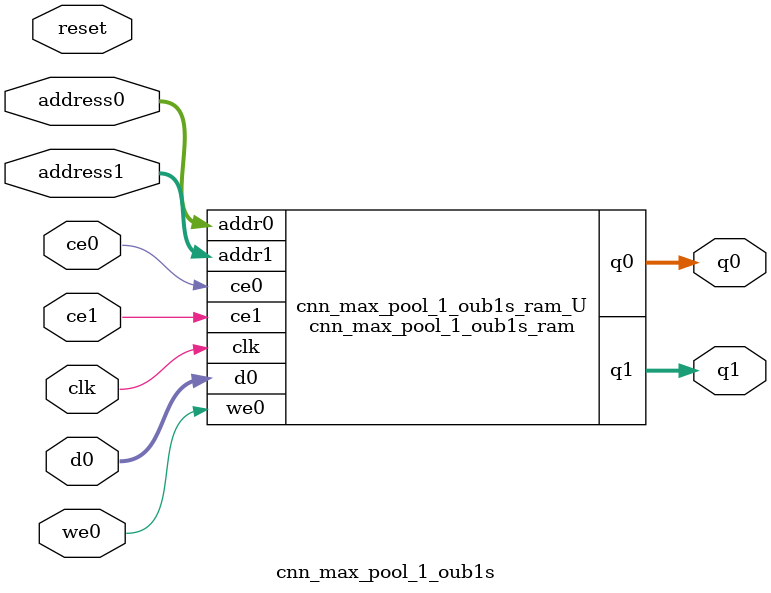
<source format=v>
`timescale 1 ns / 1 ps
module cnn_max_pool_1_oub1s_ram (addr0, ce0, d0, we0, q0, addr1, ce1, q1,  clk);

parameter DWIDTH = 14;
parameter AWIDTH = 8;
parameter MEM_SIZE = 169;

input[AWIDTH-1:0] addr0;
input ce0;
input[DWIDTH-1:0] d0;
input we0;
output reg[DWIDTH-1:0] q0;
input[AWIDTH-1:0] addr1;
input ce1;
output reg[DWIDTH-1:0] q1;
input clk;

(* ram_style = "block" *)reg [DWIDTH-1:0] ram[0:MEM_SIZE-1];




always @(posedge clk)  
begin 
    if (ce0) 
    begin
        if (we0) 
        begin 
            ram[addr0] <= d0; 
        end 
        q0 <= ram[addr0];
    end
end


always @(posedge clk)  
begin 
    if (ce1) 
    begin
        q1 <= ram[addr1];
    end
end


endmodule

`timescale 1 ns / 1 ps
module cnn_max_pool_1_oub1s(
    reset,
    clk,
    address0,
    ce0,
    we0,
    d0,
    q0,
    address1,
    ce1,
    q1);

parameter DataWidth = 32'd14;
parameter AddressRange = 32'd169;
parameter AddressWidth = 32'd8;
input reset;
input clk;
input[AddressWidth - 1:0] address0;
input ce0;
input we0;
input[DataWidth - 1:0] d0;
output[DataWidth - 1:0] q0;
input[AddressWidth - 1:0] address1;
input ce1;
output[DataWidth - 1:0] q1;



cnn_max_pool_1_oub1s_ram cnn_max_pool_1_oub1s_ram_U(
    .clk( clk ),
    .addr0( address0 ),
    .ce0( ce0 ),
    .we0( we0 ),
    .d0( d0 ),
    .q0( q0 ),
    .addr1( address1 ),
    .ce1( ce1 ),
    .q1( q1 ));

endmodule


</source>
